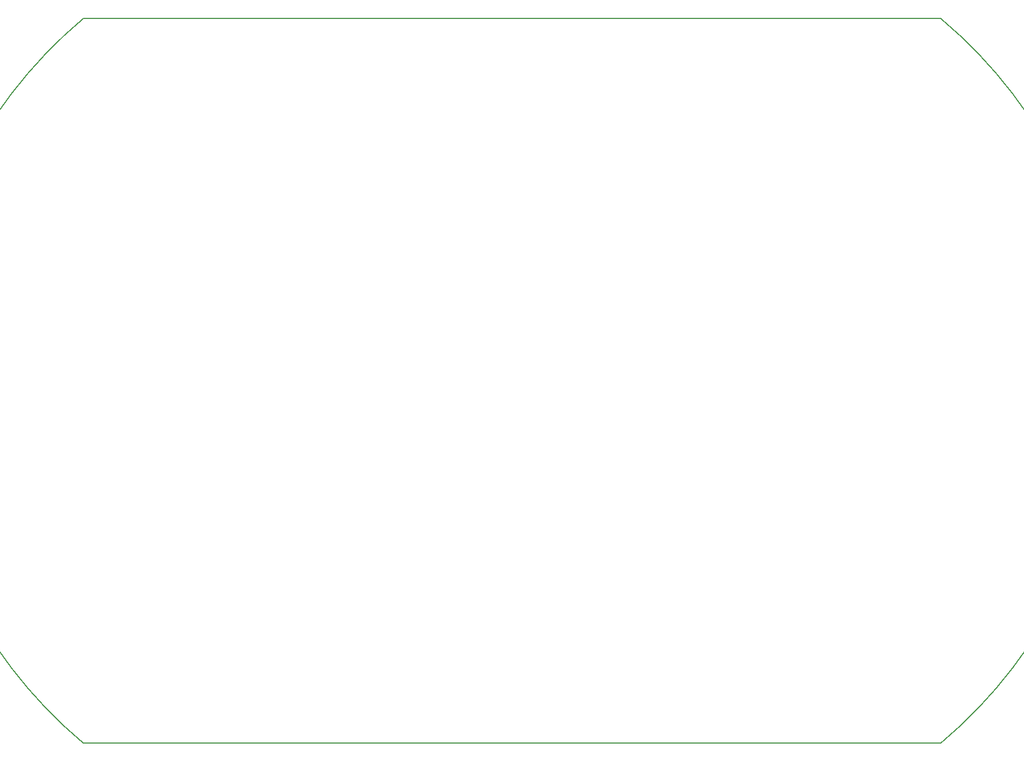
<source format=gbr>
%TF.GenerationSoftware,KiCad,Pcbnew,(6.0.9)*%
%TF.CreationDate,2023-02-19T12:57:17+02:00*%
%TF.ProjectId,Power,506f7765-722e-46b6-9963-61645f706362,rev?*%
%TF.SameCoordinates,Original*%
%TF.FileFunction,Profile,NP*%
%FSLAX46Y46*%
G04 Gerber Fmt 4.6, Leading zero omitted, Abs format (unit mm)*
G04 Created by KiCad (PCBNEW (6.0.9)) date 2023-02-19 12:57:17*
%MOMM*%
%LPD*%
G01*
G04 APERTURE LIST*
%TA.AperFunction,Profile*%
%ADD10C,0.200000*%
%TD*%
G04 APERTURE END LIST*
D10*
X180000000Y-160000000D02*
G75*
G03*
X180000000Y-50000000I-46150480J55000000D01*
G01*
X50000000Y-50000000D02*
G75*
G03*
X50000000Y-160000000I46150480J-55000000D01*
G01*
X50000000Y-50000000D02*
X180000000Y-50000000D01*
X180000000Y-160000000D02*
X50000000Y-160000000D01*
M02*

</source>
